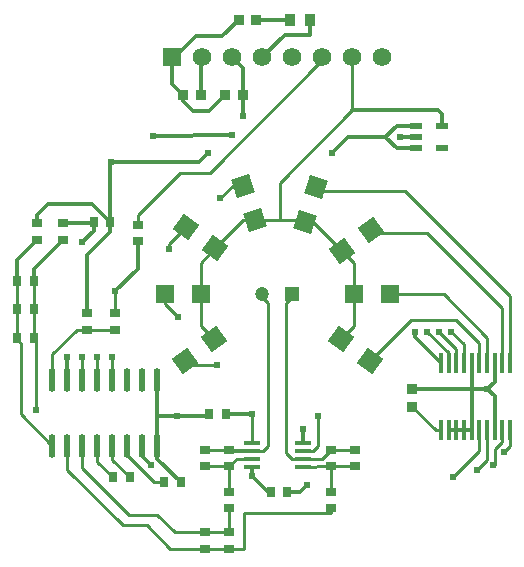
<source format=gtl>
G04 Layer: TopLayer*
G04 EasyEDA v6.5.23, 2024-02-16 22:38:03*
G04 01767c8133624752a37afa6e83b9fffe,1f8200004d6a4d288ef555d4fcc488ac,10*
G04 Gerber Generator version 0.2*
G04 Scale: 100 percent, Rotated: No, Reflected: No *
G04 Dimensions in millimeters *
G04 leading zeros omitted , absolute positions ,4 integer and 5 decimal *
%FSLAX45Y45*%
%MOMM*%

%AMMACRO1*21,1,$1,$2,0,0,$3*%
%ADD10C,0.3000*%
%ADD11C,0.2540*%
%ADD12R,1.0000X0.6000*%
%ADD13R,0.8000X0.8640*%
%ADD14R,0.8640X0.8000*%
%ADD15MACRO1,1.635X1.6X-143.9996*%
%ADD16MACRO1,1.635X1.6X-144.0008*%
%ADD17R,1.6350X1.6000*%
%ADD18MACRO1,1.635X1.6X143.9996*%
%ADD19MACRO1,1.635X1.6X144.0001*%
%ADD20MACRO1,1.635X1.6X107.9995*%
%ADD21MACRO1,1.635X1.6X108.0006*%
%ADD22MACRO1,1.635X1.6X71.9994*%
%ADD23MACRO1,1.635X1.6X72.0005*%
%ADD24MACRO1,1.635X1.6X35.9999*%
%ADD25MACRO1,1.635X1.6X36.0004*%
%ADD26MACRO1,1.635X1.6X-35.9992*%
%ADD27MACRO1,1.635X1.6X-36.0004*%
%ADD28R,0.8999X1.0000*%
%ADD29MACRO1,0.864X0.8065X0.0000*%
%ADD30R,0.8640X0.8065*%
%ADD31MACRO1,0.864X0.8065X90.0000*%
%ADD32MACRO1,0.864X0.8065X-90.0000*%
%ADD33O,0.5739892X2.0379944*%
%ADD34O,0.36400740000000004X1.7420082*%
%ADD35O,1.4500098000000001X0.3800094*%
%ADD36R,1.2000X1.2000*%
%ADD37C,1.2000*%
%ADD38R,1.5748X1.5748*%
%ADD39C,1.5748*%
%ADD40C,0.6096*%
%ADD41C,0.0128*%

%LPD*%
D10*
X-1778000Y-726389D02*
G01*
X-1778000Y-529996D01*
X-2032000Y603410D02*
G01*
X-2032000Y673100D01*
X-1943100Y762000D01*
X-1568289Y762000D01*
X-1415889Y609600D01*
X-1555894Y609600D02*
G01*
X-1562084Y603410D01*
X-1816100Y603410D01*
X-1612900Y-158610D02*
G01*
X-1612900Y330200D01*
X-1415889Y527210D01*
X-1415889Y609600D01*
X-1016000Y-1280213D02*
G01*
X-1016000Y-1390522D01*
X-818997Y-1587525D01*
X1383893Y-576503D02*
G01*
X1168400Y-361010D01*
X1168400Y-317500D01*
X275488Y2324100D02*
G01*
X275488Y2193292D01*
X59692Y2193292D01*
X-127000Y2006600D01*
D11*
X1773910Y-576503D02*
G01*
X1773910Y-364210D01*
X1409700Y0D01*
X951737Y0D01*
D10*
X1643913Y-1150696D02*
G01*
X1643913Y-800966D01*
D11*
X-406374Y-1454302D02*
G01*
X-343458Y-1391386D01*
X-219989Y-1391386D01*
X-219989Y-1261389D02*
G01*
X-219989Y-1020089D01*
X-215900Y-1016000D01*
D10*
X219989Y-1261389D02*
G01*
X219989Y-1147089D01*
X215900Y-1143000D01*
X82689Y-1676400D02*
G01*
X190500Y-1676400D01*
X254000Y-1612900D01*
X-215900Y-1536700D02*
G01*
X-76200Y-1676400D01*
X-57289Y-1676400D01*
D11*
X-406400Y-2152904D02*
G01*
X-400304Y-2159000D01*
X-279400Y-2159000D01*
X-279400Y-1854200D01*
X457200Y-1854200D01*
X457200Y-1810004D01*
X219989Y-1326387D02*
G01*
X299212Y-1326387D01*
X342900Y-1282700D01*
X342900Y-1028700D01*
X-1270000Y-1280213D02*
G01*
X-1270000Y-1358900D01*
X-1041374Y-1587525D01*
X-959002Y-1587525D01*
X-646429Y-2014220D02*
G01*
X-868679Y-2014220D01*
X-1016000Y-1866900D01*
X-1257300Y-1866900D01*
X-1651000Y-1473200D01*
X-1651000Y-1280160D01*
X-406400Y-2012807D02*
G01*
X-609600Y-2012807D01*
X-406400Y-2152792D02*
G01*
X-609600Y-2152792D01*
X-407670Y-1808479D02*
G01*
X-406400Y-2012695D01*
X457225Y-1454302D02*
G01*
X457225Y-1669897D01*
X-406400Y-1454404D02*
G01*
X-407670Y-1668271D01*
D10*
X-215900Y-1536700D02*
G01*
X-219986Y-1532613D01*
X-219986Y-1456413D01*
X1392715Y1428508D02*
G01*
X1392715Y1528284D01*
X1358900Y1562100D01*
X635000Y1562100D01*
X1041400Y1333500D02*
G01*
X1172700Y1333512D01*
X914400Y1333500D02*
G01*
X600135Y1333500D01*
X460435Y1193800D01*
X1172700Y1238516D02*
G01*
X1009383Y1238516D01*
X914400Y1333500D01*
X1009383Y1428483D01*
X1172700Y1428483D01*
X-329437Y2324100D02*
G01*
X-469137Y2184400D01*
X-685800Y2184400D01*
X-863600Y2006600D01*
X-889000Y2006600D01*
X-578004Y-1016000D02*
G01*
X-590704Y-1028700D01*
X-850900Y-1028700D01*
X-850900Y-1028700D02*
G01*
X-1016000Y-1028700D01*
X-1181074Y450695D02*
G01*
X-1181074Y215925D01*
X-1371600Y25400D01*
X-437997Y-1016000D02*
G01*
X-215900Y-1016000D01*
X1838909Y-1150696D02*
G01*
X1838909Y-862741D01*
X1777133Y-800966D01*
X1838909Y-576503D02*
G01*
X1838909Y-739190D01*
X1777133Y-800966D01*
X1143000Y-800966D01*
D11*
X1903907Y-1150696D02*
G01*
X1903907Y-1245692D01*
X1841500Y-1308100D01*
X1841500Y-1447800D01*
X1828800Y-1447800D01*
X1773913Y-1150696D02*
G01*
X1773913Y-1401086D01*
X1689100Y-1485900D01*
D10*
X-1016000Y-726389D02*
G01*
X-1016000Y-1280210D01*
D11*
X-2044700Y-977900D02*
G01*
X-2044700Y-368300D01*
X-2063495Y-368300D01*
X-1181100Y590804D02*
G01*
X-1181100Y673100D01*
X-825500Y1028700D01*
X-571500Y1028700D01*
X381000Y1981200D01*
X381000Y2006600D01*
X-1905000Y-1280160D02*
G01*
X-2171700Y-1013460D01*
X-2171700Y-419100D01*
X-2203704Y-368300D01*
D10*
X-1651000Y444500D02*
G01*
X-1555902Y539597D01*
X-1555902Y609600D01*
D11*
X1448892Y-576503D02*
G01*
X1448892Y-496392D01*
X1270000Y-317500D01*
X1513890Y-576503D02*
G01*
X1513890Y-459790D01*
X1371600Y-317500D01*
X1578889Y-576503D02*
G01*
X1578889Y-423189D01*
X1473200Y-317500D01*
X20848Y630387D02*
G01*
X20848Y947948D01*
X635000Y1562100D01*
X635000Y2006600D01*
X648258Y0D02*
G01*
X648258Y-270090D01*
X537639Y-380710D01*
X648258Y0D02*
G01*
X648258Y270093D01*
X550341Y368010D01*
X232509Y617687D02*
G01*
X300664Y617687D01*
X550341Y368010D01*
X-194409Y630387D02*
G01*
X219809Y630387D01*
X232509Y617687D01*
X-524941Y393410D02*
G01*
X-287964Y630387D01*
X-194409Y630387D01*
X-648258Y0D02*
G01*
X-648258Y270093D01*
X-524941Y393410D01*
X-537639Y-380710D02*
G01*
X-648258Y-270090D01*
X-648258Y0D01*
X-1524000Y-1280210D02*
G01*
X-1524000Y-1416194D01*
X-1390794Y-1549400D01*
X-1397000Y-1280210D02*
G01*
X-1397000Y-1403189D01*
X-1250789Y-1549400D01*
X-1651000Y-726389D02*
G01*
X-1651000Y-529998D01*
X-1524000Y-726389D02*
G01*
X-1524000Y-529998D01*
X-1397000Y-726389D02*
G01*
X-1397000Y-529998D01*
X-1066800Y-1447800D02*
G01*
X-1143000Y-1371600D01*
X-1143000Y-1280210D01*
D10*
X-2203610Y114300D02*
G01*
X-2203610Y291795D01*
X-2032000Y463405D01*
X-2063605Y114300D02*
G01*
X-2063605Y215900D01*
X-1816100Y463405D01*
D11*
X1903907Y-576503D02*
G01*
X1903907Y-113207D01*
X1270000Y520700D01*
X821537Y520700D01*
X795858Y546379D01*
X1968906Y-576503D02*
G01*
X1968906Y-13106D01*
X1079500Y876300D01*
X356311Y876300D01*
X326288Y906322D01*
X1708912Y-576503D02*
G01*
X1708912Y-413512D01*
X1511300Y-215900D01*
X1126337Y-215900D01*
X783158Y-559079D01*
X1383893Y-1150696D02*
G01*
X1342082Y-1150696D01*
X1143000Y-951613D01*
D10*
X1448892Y-1150696D02*
G01*
X1513890Y-1150696D01*
X1513890Y-1150696D02*
G01*
X1578889Y-1150696D01*
X1578889Y-1150696D02*
G01*
X1643913Y-1150696D01*
X1643913Y-576503D02*
G01*
X1643913Y-800966D01*
D11*
X-2203602Y-368300D02*
G01*
X-2203602Y-127000D01*
X-2203602Y-127000D02*
G01*
X-2203610Y114300D01*
X-2063597Y-368300D02*
G01*
X-2063597Y-127000D01*
X-2063597Y-127000D02*
G01*
X-2063605Y114300D01*
X-1905000Y-726389D02*
G01*
X-1905000Y-508000D01*
X-1695589Y-298589D01*
X-1612900Y-298589D01*
X-1612900Y-298589D02*
G01*
X-1371600Y-298589D01*
X1968908Y-1150696D02*
G01*
X1968908Y-1282291D01*
X1917700Y-1333500D01*
X1708912Y-1150696D02*
G01*
X1708912Y-1326387D01*
X1485900Y-1549400D01*
X-838200Y-190500D02*
G01*
X-951737Y-76962D01*
X-951737Y0D01*
X-508000Y-596900D02*
G01*
X-745337Y-596900D01*
X-783158Y-559079D01*
X-914400Y381000D02*
G01*
X-914400Y427837D01*
X-770458Y571779D01*
X-482600Y812800D02*
G01*
X-376377Y919022D01*
X-288188Y919022D01*
X-1371600Y25400D02*
G01*
X-1371600Y-158607D01*
D10*
X105486Y2324100D02*
G01*
X-178661Y2324100D01*
D11*
X-646429Y-2154428D02*
G01*
X-906271Y-2154428D01*
X-1104900Y-1955800D01*
X-1308100Y-1955800D01*
X-1778000Y-1485900D01*
X-1778000Y-1280160D01*
X-127000Y-25400D02*
G01*
X-76200Y-76200D01*
X-76200Y-1282700D01*
X127000Y-25400D02*
G01*
X76200Y-76200D01*
X76200Y-1346200D01*
X-76200Y-1282700D02*
G01*
X-119887Y-1326387D01*
X-219986Y-1326387D01*
X-406412Y-1314295D02*
G01*
X-609600Y-1314295D01*
X76200Y-1346200D02*
G01*
X121389Y-1391389D01*
X219986Y-1391389D01*
X660400Y-1314295D02*
G01*
X457212Y-1314295D01*
X457212Y-1454304D02*
G01*
X660400Y-1454304D01*
X219986Y-1391389D02*
G01*
X380138Y-1391389D01*
X457225Y-1314295D01*
X207286Y-1456413D02*
G01*
X444500Y-1454292D01*
X-609600Y-1454304D02*
G01*
X-406412Y-1454304D01*
D10*
X-219986Y-1326387D02*
G01*
X-394281Y-1326387D01*
X-406374Y-1314295D01*
X-1409700Y1117600D02*
G01*
X-1415895Y1111404D01*
X-1415895Y609600D01*
X-1409700Y1117600D02*
G01*
X-660400Y1117600D01*
X-584200Y1193800D01*
X-648563Y1689100D02*
G01*
X-648563Y1993036D01*
X-635000Y2006600D01*
X-292963Y1689100D02*
G01*
X-292963Y1918563D01*
X-381000Y2006600D01*
X-799236Y1689100D02*
G01*
X-889000Y1778863D01*
X-889000Y2006600D01*
X-443636Y1689100D02*
G01*
X-583336Y1549400D01*
X-711200Y1549400D01*
X-799236Y1637436D01*
X-799236Y1689100D01*
X-292100Y1511300D02*
G01*
X-292862Y1689100D01*
X-1056639Y1343660D02*
G01*
X-381000Y1346200D01*
D12*
G01*
X1172692Y1333500D03*
G01*
X1172692Y1238504D03*
G01*
X1172692Y1428495D03*
G01*
X1392707Y1238504D03*
G01*
X1392707Y1428495D03*
D13*
G01*
X-57302Y-1676400D03*
G01*
X82702Y-1676400D03*
D14*
G01*
X660400Y-1454302D03*
G01*
X660400Y-1314297D03*
G01*
X-609600Y-1454302D03*
G01*
X-609600Y-1314297D03*
D13*
G01*
X-437997Y-1016025D03*
G01*
X-578002Y-1016025D03*
D14*
G01*
X-406400Y-2152802D03*
G01*
X-406400Y-2012797D03*
G01*
X-609600Y-2152802D03*
G01*
X-609600Y-2012797D03*
D13*
G01*
X-1390802Y-1549400D03*
G01*
X-1250797Y-1549400D03*
G01*
X-818997Y-1587525D03*
G01*
X-959002Y-1587525D03*
G01*
X-2063597Y-368325D03*
G01*
X-2203602Y-368325D03*
G01*
X-2063597Y-127025D03*
G01*
X-2203602Y-127025D03*
G01*
X-2063597Y114274D03*
G01*
X-2203602Y114274D03*
G01*
X-1555902Y609600D03*
G01*
X-1415897Y609600D03*
D14*
G01*
X457225Y-1314297D03*
G01*
X457225Y-1454302D03*
G01*
X-406374Y-1314297D03*
G01*
X-406374Y-1454302D03*
G01*
X457225Y-1669897D03*
G01*
X457225Y-1809902D03*
G01*
X-407746Y-1668348D03*
G01*
X-407746Y-1808353D03*
G01*
X-1816100Y463397D03*
G01*
X-1816100Y603402D03*
G01*
X-2032000Y463397D03*
G01*
X-2032000Y603402D03*
D15*
G01*
X-783160Y-559089D03*
D16*
G01*
X-537639Y-380710D03*
D17*
G01*
X-951737Y0D03*
G01*
X-648258Y0D03*
D18*
G01*
X-770459Y571789D03*
D19*
G01*
X-524940Y393410D03*
D20*
G01*
X-288190Y919011D03*
D21*
G01*
X-194409Y630388D03*
D22*
G01*
X326289Y906312D03*
D23*
G01*
X232510Y617687D03*
D24*
G01*
X795858Y546389D03*
D25*
G01*
X550341Y368010D03*
D17*
G01*
X951737Y0D03*
G01*
X648258Y0D03*
D26*
G01*
X783159Y-559090D03*
D27*
G01*
X537640Y-380709D03*
D28*
G01*
X275488Y2324100D03*
G01*
X105486Y2324100D03*
D29*
G01*
X1143000Y-800975D03*
D30*
G01*
X1143000Y-951636D03*
D31*
G01*
X-648575Y1689100D03*
G01*
X-799224Y1689100D03*
G01*
X-292975Y1689100D03*
G01*
X-443624Y1689100D03*
D32*
G01*
X-329324Y2324100D03*
G01*
X-178675Y2324100D03*
D33*
G01*
X-1905000Y-1280210D03*
G01*
X-1778000Y-1280210D03*
G01*
X-1651000Y-1280210D03*
G01*
X-1524000Y-1280210D03*
G01*
X-1397000Y-1280210D03*
G01*
X-1270000Y-1280210D03*
G01*
X-1143000Y-1280210D03*
G01*
X-1016000Y-1280210D03*
G01*
X-1905000Y-726389D03*
G01*
X-1778000Y-726389D03*
G01*
X-1651000Y-726389D03*
G01*
X-1524000Y-726389D03*
G01*
X-1397000Y-726389D03*
G01*
X-1270000Y-726389D03*
G01*
X-1143000Y-726389D03*
G01*
X-1016000Y-726389D03*
D34*
G01*
X1383893Y-1150696D03*
G01*
X1448892Y-1150696D03*
G01*
X1513890Y-1150696D03*
G01*
X1578889Y-1150696D03*
G01*
X1643913Y-1150696D03*
G01*
X1708912Y-1150696D03*
G01*
X1773910Y-1150696D03*
G01*
X1838909Y-1150696D03*
G01*
X1903907Y-1150696D03*
G01*
X1968906Y-1150696D03*
G01*
X1383893Y-576503D03*
G01*
X1448892Y-576503D03*
G01*
X1513890Y-576503D03*
G01*
X1578889Y-576503D03*
G01*
X1643913Y-576503D03*
G01*
X1708912Y-576503D03*
G01*
X1773910Y-576503D03*
G01*
X1838909Y-576503D03*
G01*
X1903907Y-576503D03*
G01*
X1968906Y-576503D03*
D35*
G01*
X219989Y-1456410D03*
G01*
X219989Y-1391386D03*
G01*
X219989Y-1326387D03*
G01*
X219989Y-1261389D03*
G01*
X-219989Y-1456410D03*
G01*
X-219989Y-1391386D03*
G01*
X-219989Y-1326387D03*
G01*
X-219989Y-1261389D03*
D14*
G01*
X-1612900Y-298602D03*
G01*
X-1612900Y-158597D03*
G01*
X-1371600Y-298602D03*
G01*
X-1371600Y-158597D03*
G01*
X-1181074Y590702D03*
G01*
X-1181074Y450697D03*
D36*
G01*
X127000Y0D03*
D37*
G01*
X-127000Y0D03*
D38*
G01*
X-889000Y2006600D03*
D39*
G01*
X-635000Y2006600D03*
G01*
X-381000Y2006600D03*
G01*
X-127000Y2006600D03*
G01*
X127000Y2006600D03*
G01*
X381000Y2006600D03*
G01*
X635000Y2006600D03*
G01*
X889000Y2006600D03*
D40*
G01*
X-1651000Y-529996D03*
G01*
X-1524000Y-529996D03*
G01*
X-1397000Y-529996D03*
G01*
X-1066800Y-1447800D03*
G01*
X-2044700Y-977900D03*
G01*
X-1778000Y-529996D03*
G01*
X-215900Y-1536700D03*
G01*
X-215900Y-1016000D03*
G01*
X215900Y-1143000D03*
G01*
X342900Y-1028700D03*
G01*
X-508000Y-596900D03*
G01*
X1485900Y-1549400D03*
G01*
X1689100Y-1485900D03*
G01*
X1828800Y-1447800D03*
G01*
X1917700Y-1333500D03*
G01*
X-838200Y-190500D03*
G01*
X-914400Y381000D03*
G01*
X-482600Y812800D03*
G01*
X-1371600Y25400D03*
G01*
X1473200Y-317500D03*
G01*
X1371600Y-317500D03*
G01*
X1270000Y-317500D03*
G01*
X1168400Y-317500D03*
G01*
X-584200Y1193800D03*
G01*
X-292100Y1511300D03*
G01*
X-381000Y1346200D03*
G01*
X1777136Y-800963D03*
G01*
X-1651000Y444500D03*
G01*
X-1409700Y1117600D03*
G01*
X-850900Y-1028700D03*
G01*
X-1056563Y1343736D03*
G01*
X460425Y1193800D03*
G01*
X1041400Y1333500D03*
G01*
X254000Y-1612900D03*
M02*

</source>
